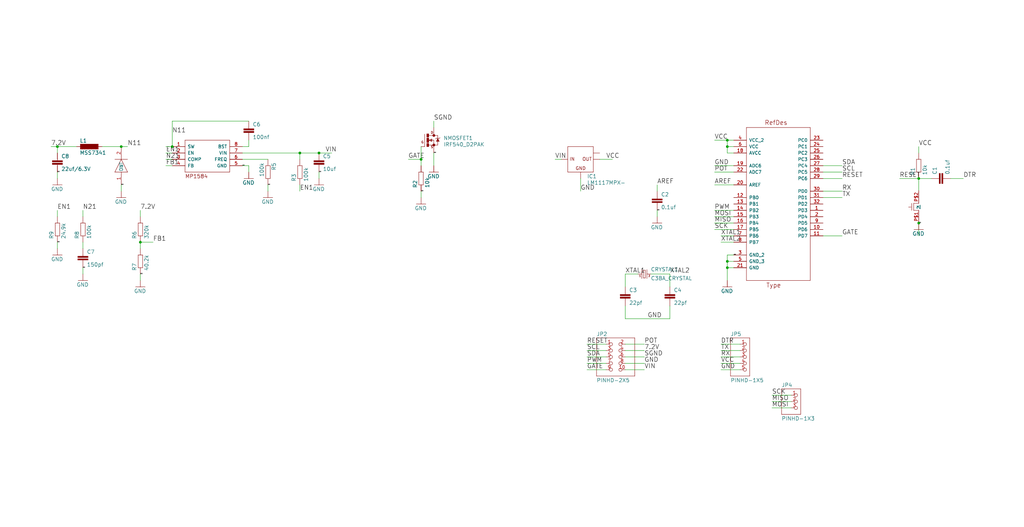
<source format=kicad_sch>
(kicad_sch (version 20211123) (generator eeschema)
  (paper "User" 407.695 210.007)
  (lib_symbols
    (symbol "ANI_I2C-SERVO_BOARD-eagle-import:ATMEGA328P-AU" (pin_names (offset 1.016))
      (symbol "ATMEGA328P-AU_1_0"
        (polyline (pts (xy -12.7 -33.02) (xy 12.7 -33.02)))
        (polyline (pts (xy -12.7 27.94) (xy -12.7 -33.02)))
        (polyline (pts (xy 12.7 -33.02) (xy 12.7 27.94)))
        (polyline (pts (xy 12.7 27.94) (xy -12.7 27.94)))
        (text "RefDes" (at -5.4864 28.8544 0) (effects (font (size 1.7526 1.7526)) (justify left bottom)))
        (text "Type" (at -4.8768 -35.941 0) (effects (font (size 1.7526 1.7526)) (justify left bottom)))
        (pin unspecified line (at 17.78 -5.08 180) (length 5.08) (name "PD3") (number "1"))
        (pin unspecified line (at 17.78 -12.7 180) (length 5.08) (name "PD6") (number "10"))
        (pin unspecified line (at 17.78 -15.24 180) (length 5.08) (name "PD7") (number "11"))
        (pin unspecified line (at -17.78 0 0) (length 5.08) (name "PB0") (number "12"))
        (pin unspecified line (at -17.78 -2.54 0) (length 5.08) (name "PB1") (number "13"))
        (pin unspecified line (at -17.78 -5.08 0) (length 5.08) (name "PB2") (number "14"))
        (pin unspecified line (at -17.78 -7.62 0) (length 5.08) (name "PB3") (number "15"))
        (pin unspecified line (at -17.78 -10.16 0) (length 5.08) (name "PB4") (number "16"))
        (pin unspecified line (at -17.78 -12.7 0) (length 5.08) (name "PB5") (number "17"))
        (pin power_in line (at -17.78 17.78 0) (length 5.08) (name "AVCC") (number "18"))
        (pin input line (at -17.78 12.7 0) (length 5.08) (name "ADC6") (number "19"))
        (pin unspecified line (at 17.78 -7.62 180) (length 5.08) (name "PD4") (number "2"))
        (pin input line (at -17.78 5.08 0) (length 5.08) (name "AREF") (number "20"))
        (pin passive line (at -17.78 -27.94 0) (length 5.08) (name "GND") (number "21"))
        (pin input line (at -17.78 10.16 0) (length 5.08) (name "ADC7") (number "22"))
        (pin unspecified line (at 17.78 22.86 180) (length 5.08) (name "PC0") (number "23"))
        (pin unspecified line (at 17.78 20.32 180) (length 5.08) (name "PC1") (number "24"))
        (pin unspecified line (at 17.78 17.78 180) (length 5.08) (name "PC2") (number "25"))
        (pin unspecified line (at 17.78 15.24 180) (length 5.08) (name "PC3") (number "26"))
        (pin unspecified line (at 17.78 12.7 180) (length 5.08) (name "PC4") (number "27"))
        (pin unspecified line (at 17.78 10.16 180) (length 5.08) (name "PC5") (number "28"))
        (pin unspecified line (at 17.78 7.62 180) (length 5.08) (name "PC6") (number "29"))
        (pin passive line (at -17.78 -22.86 0) (length 5.08) (name "GND_2") (number "3"))
        (pin unspecified line (at 17.78 2.54 180) (length 5.08) (name "PD0") (number "30"))
        (pin unspecified line (at 17.78 0 180) (length 5.08) (name "PD1") (number "31"))
        (pin unspecified line (at 17.78 -2.54 180) (length 5.08) (name "PD2") (number "32"))
        (pin power_in line (at -17.78 22.86 0) (length 5.08) (name "VCC_2") (number "4"))
        (pin passive line (at -17.78 -25.4 0) (length 5.08) (name "GND_3") (number "5"))
        (pin power_in line (at -17.78 20.32 0) (length 5.08) (name "VCC") (number "6"))
        (pin unspecified line (at -17.78 -15.24 0) (length 5.08) (name "PB6") (number "7"))
        (pin unspecified line (at -17.78 -17.78 0) (length 5.08) (name "PB7") (number "8"))
        (pin unspecified line (at 17.78 -10.16 180) (length 5.08) (name "PD5") (number "9"))
      )
    )
    (symbol "ANI_I2C-SERVO_BOARD-eagle-import:C-EUC0603" (pin_names (offset 1.016))
      (property "Reference" "C" (at 1.524 0.381 0))
      (property "Value" "C-EUC0603" (at 1.524 -4.699 0))
      (symbol "C-EUC0603_1_0"
        (rectangle (start -2.032 -2.032) (end 2.032 -1.524) (fill (type outline)))
        (rectangle (start -2.032 -1.016) (end 2.032 -0.508) (fill (type outline)))
        (polyline (pts (xy 0 -2.54) (xy 0 -2.032)))
        (polyline (pts (xy 0 0) (xy 0 -0.508)))
        (pin passive line (at 0 2.54 270) (length 2.54) (name "1") (number "1"))
        (pin passive line (at 0 -5.08 90) (length 2.54) (name "2") (number "2"))
      )
    )
    (symbol "ANI_I2C-SERVO_BOARD-eagle-import:C-EUC0805" (pin_names (offset 1.016))
      (property "Reference" "C" (at 1.524 0.381 0))
      (property "Value" "C-EUC0805" (at 1.524 -4.699 0))
      (symbol "C-EUC0805_1_0"
        (rectangle (start -2.032 -2.032) (end 2.032 -1.524) (fill (type outline)))
        (rectangle (start -2.032 -1.016) (end 2.032 -0.508) (fill (type outline)))
        (polyline (pts (xy 0 -2.54) (xy 0 -2.032)))
        (polyline (pts (xy 0 0) (xy 0 -0.508)))
        (pin passive line (at 0 2.54 270) (length 2.54) (name "1") (number "1"))
        (pin passive line (at 0 -5.08 90) (length 2.54) (name "2") (number "2"))
      )
    )
    (symbol "ANI_I2C-SERVO_BOARD-eagle-import:C3BA_CRYSTAL" (pin_names (offset 1.016))
      (property "Value" "C3BA_CRYSTAL" (at 2.54 -2.54 0))
      (symbol "C3BA_CRYSTAL_1_0"
        (polyline (pts (xy -2.54 0) (xy -1.016 0)))
        (polyline (pts (xy -1.016 1.778) (xy -1.016 -1.778)))
        (polyline (pts (xy -0.381 -1.524) (xy 0.381 -1.524)))
        (polyline (pts (xy -0.381 1.524) (xy -0.381 -1.524)))
        (polyline (pts (xy 0.381 -1.524) (xy 0.381 1.524)))
        (polyline (pts (xy 0.381 1.524) (xy -0.381 1.524)))
        (polyline (pts (xy 1.016 0) (xy 2.54 0)))
        (polyline (pts (xy 1.016 1.778) (xy 1.016 -1.778)))
        (text "1" (at -2.159 -1.143 0) (effects (font (size 0.7112 0.7112)) (justify left bottom)))
        (text "2" (at 1.524 -1.143 0) (effects (font (size 0.7112 0.7112)) (justify left bottom)))
        (pin passive line (at -2.54 0 0) (length 0) (name "1") (number "P$1"))
        (pin passive line (at 2.54 0 180) (length 0) (name "2") (number "P$3"))
      )
    )
    (symbol "ANI_I2C-SERVO_BOARD-eagle-import:GND" (power) (pin_names (offset 1.016))
      (property "Value" "GND" (at -2.54 -2.54 0))
      (symbol "GND_1_0"
        (polyline (pts (xy -1.905 0) (xy 1.905 0)))
        (pin power_in line (at 0 2.54 270) (length 2.54) (name "GND") (number "1"))
      )
    )
    (symbol "ANI_I2C-SERVO_BOARD-eagle-import:IRF540_D2PAK" (pin_names (offset 1.016))
      (property "Value" "IRF540_D2PAK" (at 6.35 -2.54 0))
      (symbol "IRF540_D2PAK_1_0"
        (rectangle (start -0.254 -2.54) (end 0.508 -1.27) (fill (type outline)))
        (rectangle (start -0.254 -0.889) (end 0.508 0.889) (fill (type outline)))
        (rectangle (start -0.254 1.27) (end 0.508 2.54) (fill (type outline)))
        (polyline (pts (xy -1.1176 -2.54) (xy -2.54 -2.54)))
        (polyline (pts (xy -1.1176 2.413) (xy -1.1176 -2.54)))
        (polyline (pts (xy 0.508 -1.905) (xy 2.54 -1.905)))
        (polyline (pts (xy 0.508 0) (xy 1.778 -0.508)))
        (polyline (pts (xy 0.762 0) (xy 1.651 -0.254)))
        (polyline (pts (xy 1.651 -0.254) (xy 1.651 0)))
        (polyline (pts (xy 1.651 0) (xy 1.397 0)))
        (polyline (pts (xy 1.651 0) (xy 2.54 0)))
        (polyline (pts (xy 1.651 0.254) (xy 0.762 0)))
        (polyline (pts (xy 1.778 -0.508) (xy 1.778 0.508)))
        (polyline (pts (xy 1.778 0.508) (xy 0.508 0)))
        (polyline (pts (xy 2.54 -1.905) (xy 2.54 -2.54)))
        (polyline (pts (xy 2.54 0) (xy 2.54 -1.905)))
        (polyline (pts (xy 2.54 1.905) (xy 0.5334 1.905)))
        (polyline (pts (xy 2.54 1.905) (xy 4.1148 1.905)))
        (polyline (pts (xy 2.54 2.54) (xy 2.54 1.905)))
        (polyline (pts (xy 3.4798 0.762) (xy 3.2258 0.508)))
        (polyline (pts (xy 3.4798 0.762) (xy 4.1148 0.762)))
        (polyline (pts (xy 3.556 -0.4572) (xy 4.1148 -0.4572)))
        (polyline (pts (xy 4.1148 -1.905) (xy 2.54 -1.905)))
        (polyline (pts (xy 4.1148 -0.4572) (xy 4.1148 -1.905)))
        (polyline (pts (xy 4.1148 -0.4572) (xy 4.6736 -0.4572)))
        (polyline (pts (xy 4.1148 0.762) (xy 3.556 -0.4572)))
        (polyline (pts (xy 4.1148 0.762) (xy 4.7498 0.762)))
        (polyline (pts (xy 4.1148 1.905) (xy 4.1148 0.762)))
        (polyline (pts (xy 4.6736 -0.4572) (xy 4.1148 0.762)))
        (polyline (pts (xy 4.7498 0.762) (xy 5.0038 1.016)))
        (polyline (pts (xy 4.1148 0.635) (xy 3.6322 -0.381) (xy 4.5974 -0.381)) (fill (type outline)))
        (circle (center 2.54 -1.905) (radius 0.127) (stroke (width 0.4064)))
        (circle (center 2.54 1.905) (radius 0.127) (stroke (width 0.4064)))
        (text "D" (at 1.27 2.54 0) (effects (font (size 0.8636 0.8636)) (justify left bottom)))
        (text "G" (at -2.54 -1.27 0) (effects (font (size 0.8636 0.8636)) (justify left bottom)))
        (text "S" (at 1.27 -3.175 0) (effects (font (size 0.8636 0.8636)) (justify left bottom)))
        (pin passive line (at -2.54 -2.54 0) (length 0) (name "G") (number "1"))
        (pin passive line (at 2.54 5.08 270) (length 2.54) (name "D") (number "2"))
        (pin passive line (at 2.54 -5.08 90) (length 2.54) (name "S") (number "3"))
      )
    )
    (symbol "ANI_I2C-SERVO_BOARD-eagle-import:LM1117MPX-" (pin_names (offset 1.016))
      (property "Reference" "IC" (at 2.54 -7.62 0))
      (property "Value" "LM1117MPX-" (at 2.54 -10.16 0))
      (symbol "LM1117MPX-_1_0"
        (polyline (pts (xy -5.08 -5.08) (xy 5.08 -5.08)))
        (polyline (pts (xy -5.08 5.08) (xy -5.08 -5.08)))
        (polyline (pts (xy 5.08 -5.08) (xy 5.08 5.08)))
        (polyline (pts (xy 5.08 5.08) (xy -5.08 5.08)))
        (text "GND" (at -2.032 -4.318 0) (effects (font (size 1.2954 1.2954)) (justify left bottom)))
        (text "IN" (at -4.445 -0.635 0) (effects (font (size 1.2954 1.2954)) (justify left bottom)))
        (text "OUT" (at 0.635 -0.635 0) (effects (font (size 1.2954 1.2954)) (justify left bottom)))
        (pin input line (at 0 -7.62 90) (length 2.54) (name "GND") (number "1"))
        (pin passive line (at 7.62 0 180) (length 2.54) (name "OUT") (number "2"))
        (pin input line (at -7.62 0 0) (length 2.54) (name "IN") (number "3"))
        (pin passive line (at 7.62 2.54 180) (length 2.54) (name "OUT1") (number "TAB"))
      )
    )
    (symbol "ANI_I2C-SERVO_BOARD-eagle-import:MP1584EN" (pin_names (offset 1.016))
      (symbol "MP1584EN_1_0"
        (polyline (pts (xy -2.54 2.54) (xy 15.24 2.54)))
        (polyline (pts (xy -2.54 15.24) (xy -2.54 2.54)))
        (polyline (pts (xy 15.24 2.54) (xy 15.24 15.24)))
        (polyline (pts (xy 15.24 15.24) (xy -2.54 15.24)))
        (text "MP1584" (at -2.54 0 0) (effects (font (size 1.4986 1.4986)) (justify left bottom)))
        (pin unspecified line (at -7.62 12.7 0) (length 5.08) (name "SW") (number "1"))
        (pin unspecified line (at -7.62 10.16 0) (length 5.08) (name "EN") (number "2"))
        (pin unspecified line (at -7.62 7.62 0) (length 5.08) (name "COMP") (number "3"))
        (pin unspecified line (at -7.62 5.08 0) (length 5.08) (name "FB") (number "4"))
        (pin unspecified line (at 20.32 5.08 180) (length 5.08) (name "GND") (number "5"))
        (pin unspecified line (at 20.32 7.62 180) (length 5.08) (name "FREQ") (number "6"))
        (pin unspecified line (at 20.32 10.16 180) (length 5.08) (name "VIN") (number "7"))
        (pin unspecified line (at 20.32 12.7 180) (length 5.08) (name "BST") (number "8"))
      )
    )
    (symbol "ANI_I2C-SERVO_BOARD-eagle-import:MSS7341" (pin_names (offset 1.016))
      (property "Reference" "L" (at -3.81 1.4986 0))
      (property "Value" "MSS7341" (at -3.81 -3.302 0))
      (symbol "MSS7341_1_0"
        (rectangle (start -3.556 -1.016) (end 3.556 1.016) (fill (type outline)))
        (pin passive line (at -5.08 0 0) (length 2.54) (name "1") (number "1"))
        (pin passive line (at 5.08 0 180) (length 2.54) (name "2") (number "2"))
      )
    )
    (symbol "ANI_I2C-SERVO_BOARD-eagle-import:PINHD-1X3" (pin_names (offset 1.016))
      (property "Reference" "JP" (at -6.35 5.715 0))
      (property "Value" "PINHD-1X3" (at -6.35 -7.62 0))
      (symbol "PINHD-1X3_1_0"
        (polyline (pts (xy -6.35 -5.08) (xy 1.27 -5.08)))
        (polyline (pts (xy -6.35 5.08) (xy -6.35 -5.08)))
        (polyline (pts (xy 1.27 -5.08) (xy 1.27 5.08)))
        (polyline (pts (xy 1.27 5.08) (xy -6.35 5.08)))
        (pin passive inverted (at -2.54 2.54 0) (length 2.54) (name "1") (number "1"))
        (pin passive inverted (at -2.54 0 0) (length 2.54) (name "2") (number "2"))
        (pin passive inverted (at -2.54 -2.54 0) (length 2.54) (name "3") (number "3"))
      )
    )
    (symbol "ANI_I2C-SERVO_BOARD-eagle-import:PINHD-1X5" (pin_names (offset 1.016))
      (property "Reference" "JP" (at -6.35 8.255 0))
      (property "Value" "PINHD-1X5" (at -6.35 -10.16 0))
      (symbol "PINHD-1X5_1_0"
        (polyline (pts (xy -6.35 -7.62) (xy 1.27 -7.62)))
        (polyline (pts (xy -6.35 7.62) (xy -6.35 -7.62)))
        (polyline (pts (xy 1.27 -7.62) (xy 1.27 7.62)))
        (polyline (pts (xy 1.27 7.62) (xy -6.35 7.62)))
        (pin passive inverted (at -2.54 5.08 0) (length 2.54) (name "1") (number "1"))
        (pin passive inverted (at -2.54 2.54 0) (length 2.54) (name "2") (number "2"))
        (pin passive inverted (at -2.54 0 0) (length 2.54) (name "3") (number "3"))
        (pin passive inverted (at -2.54 -2.54 0) (length 2.54) (name "4") (number "4"))
        (pin passive inverted (at -2.54 -5.08 0) (length 2.54) (name "5") (number "5"))
      )
    )
    (symbol "ANI_I2C-SERVO_BOARD-eagle-import:PINHD-2X5" (pin_names (offset 1.016))
      (property "Reference" "JP" (at -6.35 8.255 0))
      (property "Value" "PINHD-2X5" (at -6.35 -10.16 0))
      (symbol "PINHD-2X5_1_0"
        (polyline (pts (xy -6.35 -7.62) (xy 8.89 -7.62)))
        (polyline (pts (xy -6.35 7.62) (xy -6.35 -7.62)))
        (polyline (pts (xy 8.89 -7.62) (xy 8.89 7.62)))
        (polyline (pts (xy 8.89 7.62) (xy -6.35 7.62)))
        (pin passive inverted (at -2.54 5.08 0) (length 2.54) (name "1") (number "1"))
        (pin passive inverted (at 5.08 -5.08 180) (length 2.54) (name "10") (number "10"))
        (pin passive inverted (at 5.08 5.08 180) (length 2.54) (name "2") (number "2"))
        (pin passive inverted (at -2.54 2.54 0) (length 2.54) (name "3") (number "3"))
        (pin passive inverted (at 5.08 2.54 180) (length 2.54) (name "4") (number "4"))
        (pin passive inverted (at -2.54 0 0) (length 2.54) (name "5") (number "5"))
        (pin passive inverted (at 5.08 0 180) (length 2.54) (name "6") (number "6"))
        (pin passive inverted (at -2.54 -2.54 0) (length 2.54) (name "7") (number "7"))
        (pin passive inverted (at 5.08 -2.54 180) (length 2.54) (name "8") (number "8"))
        (pin passive inverted (at -2.54 -5.08 0) (length 2.54) (name "9") (number "9"))
      )
    )
    (symbol "ANI_I2C-SERVO_BOARD-eagle-import:R-EU_R0603" (pin_names (offset 1.016))
      (property "Reference" "R" (at -3.81 1.4986 0))
      (property "Value" "R-EU_R0603" (at -3.81 -3.302 0))
      (symbol "R-EU_R0603_1_0"
        (polyline (pts (xy -2.54 -0.889) (xy -2.54 0.889)))
        (polyline (pts (xy -2.54 -0.889) (xy 2.54 -0.889)))
        (polyline (pts (xy 2.54 -0.889) (xy 2.54 0.889)))
        (polyline (pts (xy 2.54 0.889) (xy -2.54 0.889)))
        (pin passive line (at -5.08 0 0) (length 2.54) (name "1") (number "1"))
        (pin passive line (at 5.08 0 180) (length 2.54) (name "2") (number "2"))
      )
    )
    (symbol "ANI_I2C-SERVO_BOARD-eagle-import:RST_SW_3.6X8_0.6X1MM" (pin_names (offset 1.016))
      (symbol "RST_SW_3.6X8_0.6X1MM_1_0"
        (polyline (pts (xy -7.62 2.54) (xy -7.62 4.572)))
        (polyline (pts (xy -7.62 4.572) (xy -4.826 4.572)))
        (polyline (pts (xy -6.35 5.588) (xy -6.35 6.604)))
        (polyline (pts (xy -4.826 4.572) (xy -4.826 2.54)))
        (polyline (pts (xy -4.826 5.334) (xy -7.62 5.334)))
        (pin unspecified line (at -12.7 2.54 0) (length 5.08) (name "1") (number "P$1"))
        (pin unspecified line (at 0.254 2.54 180) (length 5.08) (name "2") (number "P$2"))
      )
    )
    (symbol "ANI_I2C-SERVO_BOARD-eagle-import:SMA-SS34" (pin_names (offset 1.016))
      (symbol "SMA-SS34_1_0"
        (polyline (pts (xy -20.32 0) (xy -15.24 2.54)))
        (polyline (pts (xy -20.32 5.08) (xy -20.32 0)))
        (polyline (pts (xy -15.24 2.54) (xy -20.32 5.08)))
        (polyline (pts (xy -15.24 5.08) (xy -15.24 0)))
        (pin input line (at -25.4 2.54 0) (length 5.08) (name "IN") (number "1"))
        (pin unspecified line (at -10.16 2.54 180) (length 5.08) (name "OUT") (number "2"))
      )
    )
  )
  (junction (at 119.38 60.96))
  (junction (at 68.58 58.42))
  (junction (at 289.56 58.42))
  (junction (at 167.64 63.5))
  (junction (at 55.88 96.52))
  (junction (at 127 60.96))
  (junction (at 365.76 88.9))
  (junction (at 48.26 58.42))
  (junction (at 289.56 55.88))
  (junction (at 289.56 104.14))
  (junction (at 22.86 58.42))
  (junction (at 289.56 106.68))
  (junction (at 365.76 71.12))
  (wire (pts (xy 261.62 83.82) (xy 261.62 86.36)))
  (wire (pts (xy 378.46 71.12) (xy 383.54 71.12)))
  (wire (pts (xy 22.86 68.58) (xy 22.86 71.12)))
  (wire (pts (xy 238.76 63.5) (xy 243.84 63.5)))
  (wire (pts (xy 292.1 96.52) (xy 287.02 96.52)))
  (wire (pts (xy 292.1 104.14) (xy 289.56 104.14)))
  (wire (pts (xy 294.64 142.24) (xy 287.02 142.24)))
  (wire (pts (xy 22.86 58.42) (xy 22.86 60.96)))
  (wire (pts (xy 365.76 71.12) (xy 370.84 71.12)))
  (wire (pts (xy 294.64 144.78) (xy 287.02 144.78)))
  (wire (pts (xy 292.1 83.82) (xy 284.48 83.82)))
  (wire (pts (xy 294.64 139.7) (xy 287.02 139.7)))
  (wire (pts (xy 68.58 63.5) (xy 66.04 63.5)))
  (wire (pts (xy 327.66 93.98) (xy 335.28 93.98)))
  (wire (pts (xy 55.88 86.36) (xy 55.88 83.82)))
  (wire (pts (xy 292.1 55.88) (xy 289.56 55.88)))
  (wire (pts (xy 241.3 144.78) (xy 233.68 144.78)))
  (wire (pts (xy 314.96 157.48) (xy 307.34 157.48)))
  (wire (pts (xy 292.1 101.6) (xy 289.56 101.6)))
  (wire (pts (xy 30.48 58.42) (xy 22.86 58.42)))
  (wire (pts (xy 22.86 86.36) (xy 22.86 83.82)))
  (wire (pts (xy 33.02 106.68) (xy 33.02 109.22)))
  (wire (pts (xy 96.52 66.04) (xy 99.06 66.04)))
  (wire (pts (xy 289.56 58.42) (xy 289.56 60.96)))
  (wire (pts (xy 248.92 139.7) (xy 256.54 139.7)))
  (wire (pts (xy 292.1 106.68) (xy 289.56 106.68)))
  (wire (pts (xy 327.66 68.58) (xy 335.28 68.58)))
  (wire (pts (xy 289.56 104.14) (xy 289.56 106.68)))
  (wire (pts (xy 327.66 66.04) (xy 335.28 66.04)))
  (wire (pts (xy 292.1 86.36) (xy 284.48 86.36)))
  (wire (pts (xy 266.7 109.22) (xy 266.7 114.3)))
  (wire (pts (xy 231.14 71.12) (xy 231.14 76.2)))
  (wire (pts (xy 96.52 63.5) (xy 106.68 63.5)))
  (wire (pts (xy 365.76 60.96) (xy 365.76 58.42)))
  (wire (pts (xy 292.1 66.04) (xy 284.48 66.04)))
  (wire (pts (xy 314.96 160.02) (xy 307.34 160.02)))
  (wire (pts (xy 33.02 96.52) (xy 33.02 99.06)))
  (wire (pts (xy 22.86 96.52) (xy 22.86 99.06)))
  (wire (pts (xy 241.3 139.7) (xy 233.68 139.7)))
  (wire (pts (xy 314.96 162.56) (xy 307.34 162.56)))
  (wire (pts (xy 241.3 142.24) (xy 233.68 142.24)))
  (wire (pts (xy 327.66 71.12) (xy 335.28 71.12)))
  (wire (pts (xy 248.92 109.22) (xy 254 109.22)))
  (wire (pts (xy 99.06 66.04) (xy 99.06 68.58)))
  (wire (pts (xy 167.64 63.5) (xy 162.56 63.5)))
  (wire (pts (xy 68.58 66.04) (xy 66.04 66.04)))
  (wire (pts (xy 289.56 101.6) (xy 289.56 104.14)))
  (wire (pts (xy 55.88 109.22) (xy 55.88 111.76)))
  (wire (pts (xy 294.64 137.16) (xy 287.02 137.16)))
  (wire (pts (xy 172.72 60.96) (xy 172.72 66.04)))
  (wire (pts (xy 172.72 50.8) (xy 172.72 48.26)))
  (wire (pts (xy 289.56 106.68) (xy 289.56 111.76)))
  (wire (pts (xy 48.26 58.42) (xy 50.8 58.42)))
  (wire (pts (xy 99.06 48.26) (xy 68.58 48.26)))
  (wire (pts (xy 119.38 60.96) (xy 119.38 63.5)))
  (wire (pts (xy 327.66 76.2) (xy 335.28 76.2)))
  (wire (pts (xy 248.92 137.16) (xy 256.54 137.16)))
  (wire (pts (xy 292.1 73.66) (xy 284.48 73.66)))
  (wire (pts (xy 22.86 58.42) (xy 20.32 58.42)))
  (wire (pts (xy 289.56 58.42) (xy 292.1 58.42)))
  (wire (pts (xy 106.68 73.66) (xy 106.68 76.2)))
  (wire (pts (xy 48.26 73.66) (xy 48.26 76.2)))
  (wire (pts (xy 167.64 76.2) (xy 167.64 78.74)))
  (wire (pts (xy 248.92 147.32) (xy 256.54 147.32)))
  (wire (pts (xy 248.92 142.24) (xy 256.54 142.24)))
  (wire (pts (xy 365.76 71.12) (xy 358.14 71.12)))
  (wire (pts (xy 68.58 48.26) (xy 68.58 58.42)))
  (wire (pts (xy 365.76 88.9) (xy 365.76 93.98)))
  (wire (pts (xy 119.38 73.66) (xy 119.38 76.2)))
  (wire (pts (xy 292.1 68.58) (xy 284.48 68.58)))
  (wire (pts (xy 99.06 58.42) (xy 96.52 58.42)))
  (wire (pts (xy 223.52 63.5) (xy 220.98 63.5)))
  (wire (pts (xy 127 68.58) (xy 127 71.12)))
  (wire (pts (xy 261.62 76.2) (xy 261.62 73.66)))
  (wire (pts (xy 40.64 58.42) (xy 48.26 58.42)))
  (wire (pts (xy 248.92 121.92) (xy 248.92 127)))
  (wire (pts (xy 365.76 75.946) (xy 365.76 71.12)))
  (wire (pts (xy 241.3 137.16) (xy 233.68 137.16)))
  (wire (pts (xy 289.56 55.88) (xy 289.56 58.42)))
  (wire (pts (xy 127 60.96) (xy 132.08 60.96)))
  (wire (pts (xy 248.92 127) (xy 266.7 127)))
  (wire (pts (xy 68.58 60.96) (xy 66.04 60.96)))
  (wire (pts (xy 266.7 127) (xy 266.7 121.92)))
  (wire (pts (xy 99.06 55.88) (xy 99.06 58.42)))
  (wire (pts (xy 292.1 88.9) (xy 284.48 88.9)))
  (wire (pts (xy 292.1 93.98) (xy 287.02 93.98)))
  (wire (pts (xy 289.56 55.88) (xy 284.48 55.88)))
  (wire (pts (xy 55.88 96.52) (xy 60.96 96.52)))
  (wire (pts (xy 248.92 114.3) (xy 248.92 109.22)))
  (wire (pts (xy 119.38 60.96) (xy 127 60.96)))
  (wire (pts (xy 248.92 144.78) (xy 256.54 144.78)))
  (wire (pts (xy 55.88 96.52) (xy 55.88 99.06)))
  (wire (pts (xy 289.56 60.96) (xy 292.1 60.96)))
  (wire (pts (xy 292.1 91.44) (xy 284.48 91.44)))
  (wire (pts (xy 167.64 63.5) (xy 167.64 66.04)))
  (wire (pts (xy 33.02 86.36) (xy 33.02 83.82)))
  (wire (pts (xy 167.64 58.42) (xy 167.64 63.5)))
  (wire (pts (xy 294.64 147.32) (xy 287.02 147.32)))
  (wire (pts (xy 259.08 109.22) (xy 266.7 109.22)))
  (wire (pts (xy 241.3 147.32) (xy 233.68 147.32)))
  (wire (pts (xy 327.66 78.74) (xy 335.28 78.74)))
  (wire (pts (xy 68.58 58.42) (xy 66.04 58.42)))
  (wire (pts (xy 96.52 60.96) (xy 119.38 60.96)))
  (label "SCK" (at 284.48 91.44 0) (effects (font (size 1.778 1.778))))
  (label "TX" (at 335.28 78.74 0) (effects (font (size 1.778 1.778))))
  (label "GND" (at 55.88 109.22 0) (effects (font (size 0.254 0.254))))
  (label "VIN" (at 220.98 63.5 0) (effects (font (size 1.778 1.778))))
  (label "AREF" (at 284.48 73.66 0) (effects (font (size 1.778 1.778))))
  (label "GATE" (at 233.68 147.32 0) (effects (font (size 1.778 1.778))))
  (label "PWM" (at 284.48 83.82 0) (effects (font (size 1.778 1.778))))
  (label "GND" (at 127 68.58 0) (effects (font (size 0.254 0.254))))
  (label "GND" (at 22.86 96.52 0) (effects (font (size 0.254 0.254))))
  (label "VCC" (at 241.3 63.5 0) (effects (font (size 1.778 1.778))))
  (label "FB1" (at 66.04 66.04 0) (effects (font (size 1.778 1.778))))
  (label "GND" (at 292.1 101.6 0) (effects (font (size 0.254 0.254))))
  (label "GND" (at 33.02 106.68 0) (effects (font (size 0.254 0.254))))
  (label "GND" (at 257.81 127 0) (effects (font (size 1.778 1.778))))
  (label "MOSI" (at 284.48 86.36 0) (effects (font (size 1.778 1.778))))
  (label "SGND" (at 256.54 142.24 0) (effects (font (size 1.778 1.778))))
  (label "TX" (at 287.02 139.7 0) (effects (font (size 1.778 1.778))))
  (label "SCL" (at 335.28 68.58 0) (effects (font (size 1.778 1.778))))
  (label "GND" (at 231.14 76.2 0) (effects (font (size 1.778 1.778))))
  (label "VCC" (at 287.02 144.78 0) (effects (font (size 1.778 1.778))))
  (label "MISO" (at 284.48 88.9 0) (effects (font (size 1.778 1.778))))
  (label "7.2V" (at 256.54 139.7 0) (effects (font (size 1.778 1.778))))
  (label "GND" (at 167.64 76.2 0) (effects (font (size 0.254 0.254))))
  (label "GND" (at 106.68 73.66 0) (effects (font (size 0.254 0.254))))
  (label "RX" (at 335.28 76.2 0) (effects (font (size 1.778 1.778))))
  (label "GND" (at 172.72 60.96 0) (effects (font (size 0.254 0.254))))
  (label "XTAL2" (at 287.02 96.52 0) (effects (font (size 1.778 1.778))))
  (label "AREF" (at 261.62 73.66 0) (effects (font (size 1.778 1.778))))
  (label "XTAL1" (at 248.92 109.22 0) (effects (font (size 1.778 1.778))))
  (label "POT" (at 256.54 137.16 0) (effects (font (size 1.778 1.778))))
  (label "EN1" (at 66.04 60.96 0) (effects (font (size 1.778 1.778))))
  (label "7.2V" (at 55.88 83.82 0) (effects (font (size 1.778 1.778))))
  (label "GND" (at 96.52 66.04 0) (effects (font (size 0.254 0.254))))
  (label "N11" (at 68.58 53.34 0) (effects (font (size 1.778 1.778))))
  (label "RESET" (at 358.14 71.12 0) (effects (font (size 1.778 1.778))))
  (label "N11" (at 50.8 58.42 0) (effects (font (size 1.778 1.778))))
  (label "VIN" (at 256.54 147.32 0) (effects (font (size 1.778 1.778))))
  (label "XTAL1" (at 287.02 93.98 0) (effects (font (size 1.778 1.778))))
  (label "RESET" (at 233.68 137.16 0) (effects (font (size 1.778 1.778))))
  (label "POT" (at 284.48 68.58 0) (effects (font (size 1.778 1.778))))
  (label "N21" (at 66.04 63.5 0) (effects (font (size 1.778 1.778))))
  (label "N21" (at 33.02 83.82 0) (effects (font (size 1.778 1.778))))
  (label "DTR" (at 287.02 137.16 0) (effects (font (size 1.778 1.778))))
  (label "VCC" (at 365.76 58.42 0) (effects (font (size 1.778 1.778))))
  (label "MISO" (at 307.34 160.02 0) (effects (font (size 1.778 1.778))))
  (label "RX" (at 287.02 142.24 0) (effects (font (size 1.778 1.778))))
  (label "GND" (at 365.76 88.9 0) (effects (font (size 0.254 0.254))))
  (label "VIN" (at 129.54 60.96 0) (effects (font (size 1.778 1.778))))
  (label "FB1" (at 60.96 96.52 0) (effects (font (size 1.778 1.778))))
  (label "SCK" (at 307.34 157.48 0) (effects (font (size 1.778 1.778))))
  (label "RESET" (at 335.28 71.12 0) (effects (font (size 1.778 1.778))))
  (label "MOSI" (at 307.34 162.56 0) (effects (font (size 1.778 1.778))))
  (label "GND" (at 284.48 66.04 0) (effects (font (size 1.778 1.778))))
  (label "GND" (at 256.54 144.78 0) (effects (font (size 1.778 1.778))))
  (label "SDA" (at 335.28 66.04 0) (effects (font (size 1.778 1.778))))
  (label "GND" (at 48.26 73.66 0) (effects (font (size 0.254 0.254))))
  (label "EN1" (at 22.86 83.82 0) (effects (font (size 1.778 1.778))))
  (label "GND" (at 22.86 68.58 0) (effects (font (size 0.254 0.254))))
  (label "XTAL2" (at 266.7 109.22 0) (effects (font (size 1.778 1.778))))
  (label "PWM" (at 233.68 144.78 0) (effects (font (size 1.778 1.778))))
  (label "DTR" (at 383.54 71.12 0) (effects (font (size 1.778 1.778))))
  (label "SCL" (at 233.68 139.7 0) (effects (font (size 1.778 1.778))))
  (label "GATE" (at 162.56 63.5 0) (effects (font (size 1.778 1.778))))
  (label "7.2V" (at 20.32 58.42 0) (effects (font (size 1.778 1.778))))
  (label "VCC" (at 284.48 55.88 0) (effects (font (size 1.778 1.778))))
  (label "SGND" (at 172.72 48.26 0) (effects (font (size 1.778 1.778))))
  (label "GND" (at 287.02 147.32 0) (effects (font (size 1.778 1.778))))
  (label "GATE" (at 335.28 93.98 0) (effects (font (size 1.778 1.778))))
  (label "EN1" (at 119.38 76.2 0) (effects (font (size 1.778 1.778))))
  (label "SDA" (at 233.68 142.24 0) (effects (font (size 1.778 1.778))))
  (label "GND" (at 261.62 83.82 0) (effects (font (size 0.254 0.254))))
  (symbol (lib_id "ANI_I2C-SERVO_BOARD-eagle-import:GND") (at 167.64 81.28 0) (unit 1)
    (property "Reference" "#GND022" (effects hide))
    (property "Value" "GND" (at 165.1 83.82 0) (effects (font (size 1.4986 1.4986)) (justify left bottom)))
  )
  (symbol (lib_id "ANI_I2C-SERVO_BOARD-eagle-import:C-EUC0603") (at 261.62 78.74 0) (unit 1)
    (property "Reference" "C2" (at 263.144 78.359 0) (effects (font (size 1.4986 1.4986)) (justify left bottom)))
    (property "Value" "0.1uf" (at 263.144 83.439 0) (effects (font (size 1.4986 1.4986)) (justify left bottom)))
    (property "Footprint" "ANI_I2C-SERVO_BOARD:C0603" (effects hide))
  )
  (symbol (lib_id "ANI_I2C-SERVO_BOARD-eagle-import:R-EU_R0603") (at 106.68 68.58 270) (unit 1)
    (property "Reference" "R5" (at 108.1786 64.77 0) (effects (font (size 1.4986 1.4986)) (justify left bottom)))
    (property "Value" "100k" (at 103.378 64.77 0) (effects (font (size 1.4986 1.4986)) (justify left bottom)))
    (property "Footprint" "ANI_I2C-SERVO_BOARD:R0603" (effects hide))
  )
  (symbol (lib_id "ANI_I2C-SERVO_BOARD-eagle-import:GND") (at 127 73.66 0) (unit 1)
    (property "Reference" "#GND017" (effects hide))
    (property "Value" "GND" (at 124.46 76.2 0) (effects (font (size 1.4986 1.4986)) (justify left bottom)))
  )
  (symbol (lib_id "ANI_I2C-SERVO_BOARD-eagle-import:GND") (at 365.76 91.44 0) (unit 1)
    (property "Reference" "#GND020" (effects hide))
    (property "Value" "GND" (at 363.22 93.98 0) (effects (font (size 1.4986 1.4986)) (justify left bottom)))
  )
  (symbol (lib_id "ANI_I2C-SERVO_BOARD-eagle-import:GND") (at 289.56 114.3 0) (unit 1)
    (property "Reference" "#GND09" (effects hide))
    (property "Value" "GND" (at 287.02 116.84 0) (effects (font (size 1.4986 1.4986)) (justify left bottom)))
  )
  (symbol (lib_id "ANI_I2C-SERVO_BOARD-eagle-import:R-EU_R0603") (at 22.86 91.44 90) (unit 1)
    (property "Reference" "R9" (at 21.3614 95.25 0) (effects (font (size 1.4986 1.4986)) (justify left bottom)))
    (property "Value" "24.9k" (at 26.162 95.25 0) (effects (font (size 1.4986 1.4986)) (justify left bottom)))
    (property "Footprint" "ANI_I2C-SERVO_BOARD:R0603" (effects hide))
  )
  (symbol (lib_id "ANI_I2C-SERVO_BOARD-eagle-import:GND") (at 33.02 111.76 0) (unit 1)
    (property "Reference" "#GND014" (effects hide))
    (property "Value" "GND" (at 30.48 114.3 0) (effects (font (size 1.4986 1.4986)) (justify left bottom)))
  )
  (symbol (lib_id "ANI_I2C-SERVO_BOARD-eagle-import:GND") (at 22.86 101.6 0) (unit 1)
    (property "Reference" "#GND013" (effects hide))
    (property "Value" "GND" (at 20.32 104.14 0) (effects (font (size 1.4986 1.4986)) (justify left bottom)))
  )
  (symbol (lib_id "ANI_I2C-SERVO_BOARD-eagle-import:GND") (at 55.88 114.3 0) (unit 1)
    (property "Reference" "#GND018" (effects hide))
    (property "Value" "GND" (at 53.34 116.84 0) (effects (font (size 1.4986 1.4986)) (justify left bottom)))
  )
  (symbol (lib_id "ANI_I2C-SERVO_BOARD-eagle-import:C-EUC0805") (at 127 63.5 0) (unit 1)
    (property "Reference" "C5" (at 128.524 63.119 0) (effects (font (size 1.4986 1.4986)) (justify left bottom)))
    (property "Value" "10uf" (at 128.524 68.199 0) (effects (font (size 1.4986 1.4986)) (justify left bottom)))
    (property "Footprint" "ANI_I2C-SERVO_BOARD:C0805" (effects hide))
  )
  (symbol (lib_id "ANI_I2C-SERVO_BOARD-eagle-import:C-EUC0603") (at 248.92 116.84 0) (unit 1)
    (property "Reference" "C3" (at 250.444 116.459 0) (effects (font (size 1.4986 1.4986)) (justify left bottom)))
    (property "Value" "22pf" (at 250.444 121.539 0) (effects (font (size 1.4986 1.4986)) (justify left bottom)))
    (property "Footprint" "ANI_I2C-SERVO_BOARD:C0603" (effects hide))
  )
  (symbol (lib_id "ANI_I2C-SERVO_BOARD-eagle-import:C-EUC0603") (at 33.02 101.6 0) (unit 1)
    (property "Reference" "C7" (at 34.544 101.219 0) (effects (font (size 1.4986 1.4986)) (justify left bottom)))
    (property "Value" "150pf" (at 34.544 106.299 0) (effects (font (size 1.4986 1.4986)) (justify left bottom)))
    (property "Footprint" "ANI_I2C-SERVO_BOARD:C0603" (effects hide))
  )
  (symbol (lib_id "ANI_I2C-SERVO_BOARD-eagle-import:GND") (at 172.72 68.58 0) (unit 1)
    (property "Reference" "#GND01" (effects hide))
    (property "Value" "GND" (at 170.18 71.12 0) (effects (font (size 1.4986 1.4986)) (justify left bottom)))
  )
  (symbol (lib_id "ANI_I2C-SERVO_BOARD-eagle-import:PINHD-2X5") (at 243.84 142.24 0) (unit 1)
    (property "Reference" "JP2" (at 237.49 133.985 0) (effects (font (size 1.4986 1.4986)) (justify left bottom)))
    (property "Value" "PINHD-2X5" (at 237.49 152.4 0) (effects (font (size 1.4986 1.4986)) (justify left bottom)))
    (property "Footprint" "ANI_I2C-SERVO_BOARD:2X05" (effects hide))
  )
  (symbol (lib_id "ANI_I2C-SERVO_BOARD-eagle-import:LM1117MPX-") (at 231.14 63.5 0) (unit 1)
    (property "Reference" "IC1" (at 233.68 71.12 0) (effects (font (size 1.4986 1.4986)) (justify left bottom)))
    (property "Value" "LM1117MPX-" (at 233.68 73.66 0) (effects (font (size 1.4986 1.4986)) (justify left bottom)))
    (property "Footprint" "ANI_I2C-SERVO_BOARD:SOT223" (effects hide))
  )
  (symbol (lib_id "ANI_I2C-SERVO_BOARD-eagle-import:RST_SW_3.6X8_0.6X1MM") (at 368.3 76.2 90) (unit 1)
    (property "Reference" "TACTILE1" (effects hide))
    (property "Value" "RST_SW_3.6X8_0.6X1MM" (effects hide))
    (property "Footprint" "ANI_I2C-SERVO_BOARD:RST_SW_3.6X8_0.6X1MM" (effects hide))
  )
  (symbol (lib_id "ANI_I2C-SERVO_BOARD-eagle-import:GND") (at 106.68 78.74 0) (unit 1)
    (property "Reference" "#GND016" (effects hide))
    (property "Value" "GND" (at 104.14 81.28 0) (effects (font (size 1.4986 1.4986)) (justify left bottom)))
  )
  (symbol (lib_id "ANI_I2C-SERVO_BOARD-eagle-import:GND") (at 99.06 71.12 0) (unit 1)
    (property "Reference" "#GND015" (effects hide))
    (property "Value" "GND" (at 96.52 73.66 0) (effects (font (size 1.4986 1.4986)) (justify left bottom)))
  )
  (symbol (lib_id "ANI_I2C-SERVO_BOARD-eagle-import:GND") (at 48.26 78.74 0) (unit 1)
    (property "Reference" "#GND011" (effects hide))
    (property "Value" "GND" (at 45.72 81.28 0) (effects (font (size 1.4986 1.4986)) (justify left bottom)))
  )
  (symbol (lib_id "ANI_I2C-SERVO_BOARD-eagle-import:C-EUC0603") (at 266.7 116.84 0) (unit 1)
    (property "Reference" "C4" (at 268.224 116.459 0) (effects (font (size 1.4986 1.4986)) (justify left bottom)))
    (property "Value" "22pf" (at 268.224 121.539 0) (effects (font (size 1.4986 1.4986)) (justify left bottom)))
    (property "Footprint" "ANI_I2C-SERVO_BOARD:C0603" (effects hide))
  )
  (symbol (lib_id "ANI_I2C-SERVO_BOARD-eagle-import:C-EUC0603") (at 373.38 71.12 90) (unit 1)
    (property "Reference" "C1" (at 372.999 69.596 0) (effects (font (size 1.4986 1.4986)) (justify left bottom)))
    (property "Value" "0.1uf" (at 378.079 69.596 0) (effects (font (size 1.4986 1.4986)) (justify left bottom)))
    (property "Footprint" "ANI_I2C-SERVO_BOARD:C0603" (effects hide))
  )
  (symbol (lib_id "ANI_I2C-SERVO_BOARD-eagle-import:PINHD-1X3") (at 317.5 160.02 0) (unit 1)
    (property "Reference" "JP4" (at 311.15 154.305 0) (effects (font (size 1.4986 1.4986)) (justify left bottom)))
    (property "Value" "PINHD-1X3" (at 311.15 167.64 0) (effects (font (size 1.4986 1.4986)) (justify left bottom)))
    (property "Footprint" "ANI_I2C-SERVO_BOARD:1X03" (effects hide))
  )
  (symbol (lib_id "ANI_I2C-SERVO_BOARD-eagle-import:MSS7341") (at 35.56 58.42 0) (unit 1)
    (property "Reference" "L1" (at 31.75 56.9214 0) (effects (font (size 1.4986 1.4986)) (justify left bottom)))
    (property "Value" "MSS7341" (at 31.75 61.722 0) (effects (font (size 1.4986 1.4986)) (justify left bottom)))
    (property "Footprint" "ANI_I2C-SERVO_BOARD:MSS7341" (effects hide))
  )
  (symbol (lib_id "ANI_I2C-SERVO_BOARD-eagle-import:GND") (at 261.62 88.9 0) (unit 1)
    (property "Reference" "#GND019" (effects hide))
    (property "Value" "GND" (at 259.08 91.44 0) (effects (font (size 1.4986 1.4986)) (justify left bottom)))
  )
  (symbol (lib_id "ANI_I2C-SERVO_BOARD-eagle-import:IRF540_D2PAK") (at 170.18 55.88 0) (unit 1)
    (property "Reference" "NMOSFET1" (at 176.53 55.88 0) (effects (font (size 1.4986 1.4986)) (justify left bottom)))
    (property "Value" "IRF540_D2PAK" (at 176.53 58.42 0) (effects (font (size 1.4986 1.4986)) (justify left bottom)))
    (property "Footprint" "ANI_I2C-SERVO_BOARD:D2PAK" (effects hide))
  )
  (symbol (lib_id "ANI_I2C-SERVO_BOARD-eagle-import:R-EU_R0603") (at 365.76 66.04 90) (unit 1)
    (property "Reference" "R1" (at 364.2614 69.85 0) (effects (font (size 1.4986 1.4986)) (justify left bottom)))
    (property "Value" "10k" (at 369.062 69.85 0) (effects (font (size 1.4986 1.4986)) (justify left bottom)))
    (property "Footprint" "ANI_I2C-SERVO_BOARD:R0603" (effects hide))
  )
  (symbol (lib_id "ANI_I2C-SERVO_BOARD-eagle-import:MP1584EN") (at 76.2 71.12 0) (unit 1)
    (property "Reference" "MP1584EN_SERVO1" (effects hide))
    (property "Value" "MP1584EN" (effects hide))
    (property "Footprint" "ANI_I2C-SERVO_BOARD:SOP-8" (effects hide))
  )
  (symbol (lib_id "ANI_I2C-SERVO_BOARD-eagle-import:C3BA_CRYSTAL") (at 256.54 109.22 0) (unit 1)
    (property "Reference" "CRYSTAL1" (at 259.08 108.204 0) (effects (font (size 1.4986 1.4986)) (justify left bottom)))
    (property "Value" "C3BA_CRYSTAL" (at 259.08 111.76 0) (effects (font (size 1.4986 1.4986)) (justify left bottom)))
    (property "Footprint" "ANI_I2C-SERVO_BOARD:C3BA" (effects hide))
  )
  (symbol (lib_id "ANI_I2C-SERVO_BOARD-eagle-import:C-EUC0603") (at 99.06 50.8 0) (unit 1)
    (property "Reference" "C6" (at 100.584 50.419 0) (effects (font (size 1.4986 1.4986)) (justify left bottom)))
    (property "Value" "100nf" (at 100.584 55.499 0) (effects (font (size 1.4986 1.4986)) (justify left bottom)))
    (property "Footprint" "ANI_I2C-SERVO_BOARD:C0603" (effects hide))
  )
  (symbol (lib_id "ANI_I2C-SERVO_BOARD-eagle-import:PINHD-1X5") (at 297.18 142.24 0) (unit 1)
    (property "Reference" "JP5" (at 290.83 133.985 0) (effects (font (size 1.4986 1.4986)) (justify left bottom)))
    (property "Value" "PINHD-1X5" (at 290.83 152.4 0) (effects (font (size 1.4986 1.4986)) (justify left bottom)))
    (property "Footprint" "ANI_I2C-SERVO_BOARD:1X05" (effects hide))
  )
  (symbol (lib_id "ANI_I2C-SERVO_BOARD-eagle-import:SMA-SS34") (at 50.8 48.26 90) (unit 1)
    (property "Reference" "SS34_1" (effects hide))
    (property "Value" "SMA-SS34/1N5822" (effects hide))
    (property "Footprint" "ANI_I2C-SERVO_BOARD:SMA-SS34" (effects hide))
  )
  (symbol (lib_id "ANI_I2C-SERVO_BOARD-eagle-import:C-EUC0805") (at 22.86 63.5 0) (unit 1)
    (property "Reference" "C8" (at 24.384 63.119 0) (effects (font (size 1.4986 1.4986)) (justify left bottom)))
    (property "Value" "22uf/6.3V" (at 24.384 68.199 0) (effects (font (size 1.4986 1.4986)) (justify left bottom)))
    (property "Footprint" "ANI_I2C-SERVO_BOARD:C0805" (effects hide))
  )
  (symbol (lib_id "ANI_I2C-SERVO_BOARD-eagle-import:R-EU_R0603") (at 55.88 104.14 90) (unit 1)
    (property "Reference" "R7" (at 54.3814 107.95 0) (effects (font (size 1.4986 1.4986)) (justify left bottom)))
    (property "Value" "40.2k" (at 59.182 107.95 0) (effects (font (size 1.4986 1.4986)) (justify left bottom)))
    (property "Footprint" "ANI_I2C-SERVO_BOARD:R0603" (effects hide))
  )
  (symbol (lib_id "ANI_I2C-SERVO_BOARD-eagle-import:GND") (at 22.86 73.66 0) (unit 1)
    (property "Reference" "#GND012" (effects hide))
    (property "Value" "GND" (at 20.32 76.2 0) (effects (font (size 1.4986 1.4986)) (justify left bottom)))
  )
  (symbol (lib_id "ANI_I2C-SERVO_BOARD-eagle-import:R-EU_R0603") (at 33.02 91.44 90) (unit 1)
    (property "Reference" "R8" (at 31.5214 95.25 0) (effects (font (size 1.4986 1.4986)) (justify left bottom)))
    (property "Value" "100k" (at 36.322 95.25 0) (effects (font (size 1.4986 1.4986)) (justify left bottom)))
    (property "Footprint" "ANI_I2C-SERVO_BOARD:R0603" (effects hide))
  )
  (symbol (lib_id "ANI_I2C-SERVO_BOARD-eagle-import:R-EU_R0603") (at 119.38 68.58 90) (unit 1)
    (property "Reference" "R3" (at 117.8814 72.39 0) (effects (font (size 1.4986 1.4986)) (justify left bottom)))
    (property "Value" "100k" (at 122.682 72.39 0) (effects (font (size 1.4986 1.4986)) (justify left bottom)))
    (property "Footprint" "ANI_I2C-SERVO_BOARD:R0603" (effects hide))
  )
  (symbol (lib_id "ANI_I2C-SERVO_BOARD-eagle-import:R-EU_R0603") (at 55.88 91.44 90) (unit 1)
    (property "Reference" "R6" (at 54.3814 95.25 0) (effects (font (size 1.4986 1.4986)) (justify left bottom)))
    (property "Value" "320k" (at 59.182 95.25 0) (effects (font (size 1.4986 1.4986)) (justify left bottom)))
    (property "Footprint" "ANI_I2C-SERVO_BOARD:R0603" (effects hide))
  )
  (symbol (lib_id "ANI_I2C-SERVO_BOARD-eagle-import:R-EU_R0603") (at 167.64 71.12 90) (unit 1)
    (property "Reference" "R2" (at 166.1414 74.93 0) (effects (font (size 1.4986 1.4986)) (justify left bottom)))
    (property "Value" "10k" (at 170.942 74.93 0) (effects (font (size 1.4986 1.4986)) (justify left bottom)))
    (property "Footprint" "ANI_I2C-SERVO_BOARD:R0603" (effects hide))
  )
  (symbol (lib_id "ANI_I2C-SERVO_BOARD-eagle-import:ATMEGA328P-AU") (at 309.88 78.74 0) (unit 1)
    (property "Reference" "CONTROLLER1" (effects hide))
    (property "Value" "ATMEGA328P-AU" (effects hide))
    (property "Footprint" "ANI_I2C-SERVO_BOARD:QFP80P900X900X120-32N" (effects hide))
  )
)
</source>
